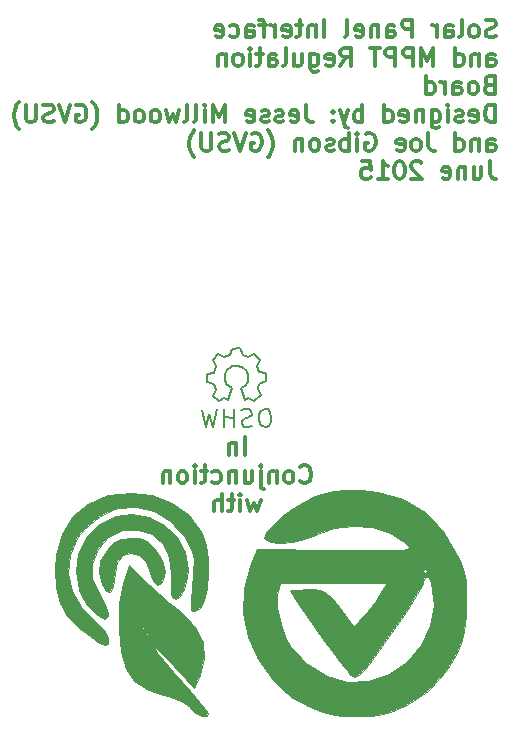
<source format=gbo>
G04 #@! TF.FileFunction,Legend,Bot*
%FSLAX46Y46*%
G04 Gerber Fmt 4.6, Leading zero omitted, Abs format (unit mm)*
G04 Created by KiCad (PCBNEW (after 2015-mar-04 BZR unknown)-product) date Fri 03 Jul 2015 12:36:09 AM EDT*
%MOMM*%
G01*
G04 APERTURE LIST*
%ADD10C,0.150000*%
%ADD11C,0.300000*%
%ADD12C,0.100000*%
G04 APERTURE END LIST*
D10*
D11*
X199739286Y-41597143D02*
X199525000Y-41668571D01*
X199167857Y-41668571D01*
X199025000Y-41597143D01*
X198953571Y-41525714D01*
X198882143Y-41382857D01*
X198882143Y-41240000D01*
X198953571Y-41097143D01*
X199025000Y-41025714D01*
X199167857Y-40954286D01*
X199453571Y-40882857D01*
X199596429Y-40811429D01*
X199667857Y-40740000D01*
X199739286Y-40597143D01*
X199739286Y-40454286D01*
X199667857Y-40311429D01*
X199596429Y-40240000D01*
X199453571Y-40168571D01*
X199096429Y-40168571D01*
X198882143Y-40240000D01*
X198025000Y-41668571D02*
X198167858Y-41597143D01*
X198239286Y-41525714D01*
X198310715Y-41382857D01*
X198310715Y-40954286D01*
X198239286Y-40811429D01*
X198167858Y-40740000D01*
X198025000Y-40668571D01*
X197810715Y-40668571D01*
X197667858Y-40740000D01*
X197596429Y-40811429D01*
X197525000Y-40954286D01*
X197525000Y-41382857D01*
X197596429Y-41525714D01*
X197667858Y-41597143D01*
X197810715Y-41668571D01*
X198025000Y-41668571D01*
X196667857Y-41668571D02*
X196810715Y-41597143D01*
X196882143Y-41454286D01*
X196882143Y-40168571D01*
X195453572Y-41668571D02*
X195453572Y-40882857D01*
X195525001Y-40740000D01*
X195667858Y-40668571D01*
X195953572Y-40668571D01*
X196096429Y-40740000D01*
X195453572Y-41597143D02*
X195596429Y-41668571D01*
X195953572Y-41668571D01*
X196096429Y-41597143D01*
X196167858Y-41454286D01*
X196167858Y-41311429D01*
X196096429Y-41168571D01*
X195953572Y-41097143D01*
X195596429Y-41097143D01*
X195453572Y-41025714D01*
X194739286Y-41668571D02*
X194739286Y-40668571D01*
X194739286Y-40954286D02*
X194667858Y-40811429D01*
X194596429Y-40740000D01*
X194453572Y-40668571D01*
X194310715Y-40668571D01*
X192667858Y-41668571D02*
X192667858Y-40168571D01*
X192096430Y-40168571D01*
X191953572Y-40240000D01*
X191882144Y-40311429D01*
X191810715Y-40454286D01*
X191810715Y-40668571D01*
X191882144Y-40811429D01*
X191953572Y-40882857D01*
X192096430Y-40954286D01*
X192667858Y-40954286D01*
X190525001Y-41668571D02*
X190525001Y-40882857D01*
X190596430Y-40740000D01*
X190739287Y-40668571D01*
X191025001Y-40668571D01*
X191167858Y-40740000D01*
X190525001Y-41597143D02*
X190667858Y-41668571D01*
X191025001Y-41668571D01*
X191167858Y-41597143D01*
X191239287Y-41454286D01*
X191239287Y-41311429D01*
X191167858Y-41168571D01*
X191025001Y-41097143D01*
X190667858Y-41097143D01*
X190525001Y-41025714D01*
X189810715Y-40668571D02*
X189810715Y-41668571D01*
X189810715Y-40811429D02*
X189739287Y-40740000D01*
X189596429Y-40668571D01*
X189382144Y-40668571D01*
X189239287Y-40740000D01*
X189167858Y-40882857D01*
X189167858Y-41668571D01*
X187882144Y-41597143D02*
X188025001Y-41668571D01*
X188310715Y-41668571D01*
X188453572Y-41597143D01*
X188525001Y-41454286D01*
X188525001Y-40882857D01*
X188453572Y-40740000D01*
X188310715Y-40668571D01*
X188025001Y-40668571D01*
X187882144Y-40740000D01*
X187810715Y-40882857D01*
X187810715Y-41025714D01*
X188525001Y-41168571D01*
X186953572Y-41668571D02*
X187096430Y-41597143D01*
X187167858Y-41454286D01*
X187167858Y-40168571D01*
X185239287Y-41668571D02*
X185239287Y-40168571D01*
X184525001Y-40668571D02*
X184525001Y-41668571D01*
X184525001Y-40811429D02*
X184453573Y-40740000D01*
X184310715Y-40668571D01*
X184096430Y-40668571D01*
X183953573Y-40740000D01*
X183882144Y-40882857D01*
X183882144Y-41668571D01*
X183382144Y-40668571D02*
X182810715Y-40668571D01*
X183167858Y-40168571D02*
X183167858Y-41454286D01*
X183096430Y-41597143D01*
X182953572Y-41668571D01*
X182810715Y-41668571D01*
X181739287Y-41597143D02*
X181882144Y-41668571D01*
X182167858Y-41668571D01*
X182310715Y-41597143D01*
X182382144Y-41454286D01*
X182382144Y-40882857D01*
X182310715Y-40740000D01*
X182167858Y-40668571D01*
X181882144Y-40668571D01*
X181739287Y-40740000D01*
X181667858Y-40882857D01*
X181667858Y-41025714D01*
X182382144Y-41168571D01*
X181025001Y-41668571D02*
X181025001Y-40668571D01*
X181025001Y-40954286D02*
X180953573Y-40811429D01*
X180882144Y-40740000D01*
X180739287Y-40668571D01*
X180596430Y-40668571D01*
X180310716Y-40668571D02*
X179739287Y-40668571D01*
X180096430Y-41668571D02*
X180096430Y-40382857D01*
X180025002Y-40240000D01*
X179882144Y-40168571D01*
X179739287Y-40168571D01*
X178596430Y-41668571D02*
X178596430Y-40882857D01*
X178667859Y-40740000D01*
X178810716Y-40668571D01*
X179096430Y-40668571D01*
X179239287Y-40740000D01*
X178596430Y-41597143D02*
X178739287Y-41668571D01*
X179096430Y-41668571D01*
X179239287Y-41597143D01*
X179310716Y-41454286D01*
X179310716Y-41311429D01*
X179239287Y-41168571D01*
X179096430Y-41097143D01*
X178739287Y-41097143D01*
X178596430Y-41025714D01*
X177239287Y-41597143D02*
X177382144Y-41668571D01*
X177667858Y-41668571D01*
X177810716Y-41597143D01*
X177882144Y-41525714D01*
X177953573Y-41382857D01*
X177953573Y-40954286D01*
X177882144Y-40811429D01*
X177810716Y-40740000D01*
X177667858Y-40668571D01*
X177382144Y-40668571D01*
X177239287Y-40740000D01*
X176025002Y-41597143D02*
X176167859Y-41668571D01*
X176453573Y-41668571D01*
X176596430Y-41597143D01*
X176667859Y-41454286D01*
X176667859Y-40882857D01*
X176596430Y-40740000D01*
X176453573Y-40668571D01*
X176167859Y-40668571D01*
X176025002Y-40740000D01*
X175953573Y-40882857D01*
X175953573Y-41025714D01*
X176667859Y-41168571D01*
X199025000Y-44068571D02*
X199025000Y-43282857D01*
X199096429Y-43140000D01*
X199239286Y-43068571D01*
X199525000Y-43068571D01*
X199667857Y-43140000D01*
X199025000Y-43997143D02*
X199167857Y-44068571D01*
X199525000Y-44068571D01*
X199667857Y-43997143D01*
X199739286Y-43854286D01*
X199739286Y-43711429D01*
X199667857Y-43568571D01*
X199525000Y-43497143D01*
X199167857Y-43497143D01*
X199025000Y-43425714D01*
X198310714Y-43068571D02*
X198310714Y-44068571D01*
X198310714Y-43211429D02*
X198239286Y-43140000D01*
X198096428Y-43068571D01*
X197882143Y-43068571D01*
X197739286Y-43140000D01*
X197667857Y-43282857D01*
X197667857Y-44068571D01*
X196310714Y-44068571D02*
X196310714Y-42568571D01*
X196310714Y-43997143D02*
X196453571Y-44068571D01*
X196739285Y-44068571D01*
X196882143Y-43997143D01*
X196953571Y-43925714D01*
X197025000Y-43782857D01*
X197025000Y-43354286D01*
X196953571Y-43211429D01*
X196882143Y-43140000D01*
X196739285Y-43068571D01*
X196453571Y-43068571D01*
X196310714Y-43140000D01*
X194453571Y-44068571D02*
X194453571Y-42568571D01*
X193953571Y-43640000D01*
X193453571Y-42568571D01*
X193453571Y-44068571D01*
X192739285Y-44068571D02*
X192739285Y-42568571D01*
X192167857Y-42568571D01*
X192024999Y-42640000D01*
X191953571Y-42711429D01*
X191882142Y-42854286D01*
X191882142Y-43068571D01*
X191953571Y-43211429D01*
X192024999Y-43282857D01*
X192167857Y-43354286D01*
X192739285Y-43354286D01*
X191239285Y-44068571D02*
X191239285Y-42568571D01*
X190667857Y-42568571D01*
X190524999Y-42640000D01*
X190453571Y-42711429D01*
X190382142Y-42854286D01*
X190382142Y-43068571D01*
X190453571Y-43211429D01*
X190524999Y-43282857D01*
X190667857Y-43354286D01*
X191239285Y-43354286D01*
X189953571Y-42568571D02*
X189096428Y-42568571D01*
X189524999Y-44068571D02*
X189524999Y-42568571D01*
X186596428Y-44068571D02*
X187096428Y-43354286D01*
X187453571Y-44068571D02*
X187453571Y-42568571D01*
X186882143Y-42568571D01*
X186739285Y-42640000D01*
X186667857Y-42711429D01*
X186596428Y-42854286D01*
X186596428Y-43068571D01*
X186667857Y-43211429D01*
X186739285Y-43282857D01*
X186882143Y-43354286D01*
X187453571Y-43354286D01*
X185382143Y-43997143D02*
X185525000Y-44068571D01*
X185810714Y-44068571D01*
X185953571Y-43997143D01*
X186025000Y-43854286D01*
X186025000Y-43282857D01*
X185953571Y-43140000D01*
X185810714Y-43068571D01*
X185525000Y-43068571D01*
X185382143Y-43140000D01*
X185310714Y-43282857D01*
X185310714Y-43425714D01*
X186025000Y-43568571D01*
X184025000Y-43068571D02*
X184025000Y-44282857D01*
X184096429Y-44425714D01*
X184167857Y-44497143D01*
X184310714Y-44568571D01*
X184525000Y-44568571D01*
X184667857Y-44497143D01*
X184025000Y-43997143D02*
X184167857Y-44068571D01*
X184453571Y-44068571D01*
X184596429Y-43997143D01*
X184667857Y-43925714D01*
X184739286Y-43782857D01*
X184739286Y-43354286D01*
X184667857Y-43211429D01*
X184596429Y-43140000D01*
X184453571Y-43068571D01*
X184167857Y-43068571D01*
X184025000Y-43140000D01*
X182667857Y-43068571D02*
X182667857Y-44068571D01*
X183310714Y-43068571D02*
X183310714Y-43854286D01*
X183239286Y-43997143D01*
X183096428Y-44068571D01*
X182882143Y-44068571D01*
X182739286Y-43997143D01*
X182667857Y-43925714D01*
X181739285Y-44068571D02*
X181882143Y-43997143D01*
X181953571Y-43854286D01*
X181953571Y-42568571D01*
X180525000Y-44068571D02*
X180525000Y-43282857D01*
X180596429Y-43140000D01*
X180739286Y-43068571D01*
X181025000Y-43068571D01*
X181167857Y-43140000D01*
X180525000Y-43997143D02*
X180667857Y-44068571D01*
X181025000Y-44068571D01*
X181167857Y-43997143D01*
X181239286Y-43854286D01*
X181239286Y-43711429D01*
X181167857Y-43568571D01*
X181025000Y-43497143D01*
X180667857Y-43497143D01*
X180525000Y-43425714D01*
X180025000Y-43068571D02*
X179453571Y-43068571D01*
X179810714Y-42568571D02*
X179810714Y-43854286D01*
X179739286Y-43997143D01*
X179596428Y-44068571D01*
X179453571Y-44068571D01*
X178953571Y-44068571D02*
X178953571Y-43068571D01*
X178953571Y-42568571D02*
X179025000Y-42640000D01*
X178953571Y-42711429D01*
X178882143Y-42640000D01*
X178953571Y-42568571D01*
X178953571Y-42711429D01*
X178024999Y-44068571D02*
X178167857Y-43997143D01*
X178239285Y-43925714D01*
X178310714Y-43782857D01*
X178310714Y-43354286D01*
X178239285Y-43211429D01*
X178167857Y-43140000D01*
X178024999Y-43068571D01*
X177810714Y-43068571D01*
X177667857Y-43140000D01*
X177596428Y-43211429D01*
X177524999Y-43354286D01*
X177524999Y-43782857D01*
X177596428Y-43925714D01*
X177667857Y-43997143D01*
X177810714Y-44068571D01*
X178024999Y-44068571D01*
X176882142Y-43068571D02*
X176882142Y-44068571D01*
X176882142Y-43211429D02*
X176810714Y-43140000D01*
X176667856Y-43068571D01*
X176453571Y-43068571D01*
X176310714Y-43140000D01*
X176239285Y-43282857D01*
X176239285Y-44068571D01*
X199167857Y-45682857D02*
X198953571Y-45754286D01*
X198882143Y-45825714D01*
X198810714Y-45968571D01*
X198810714Y-46182857D01*
X198882143Y-46325714D01*
X198953571Y-46397143D01*
X199096429Y-46468571D01*
X199667857Y-46468571D01*
X199667857Y-44968571D01*
X199167857Y-44968571D01*
X199025000Y-45040000D01*
X198953571Y-45111429D01*
X198882143Y-45254286D01*
X198882143Y-45397143D01*
X198953571Y-45540000D01*
X199025000Y-45611429D01*
X199167857Y-45682857D01*
X199667857Y-45682857D01*
X197953571Y-46468571D02*
X198096429Y-46397143D01*
X198167857Y-46325714D01*
X198239286Y-46182857D01*
X198239286Y-45754286D01*
X198167857Y-45611429D01*
X198096429Y-45540000D01*
X197953571Y-45468571D01*
X197739286Y-45468571D01*
X197596429Y-45540000D01*
X197525000Y-45611429D01*
X197453571Y-45754286D01*
X197453571Y-46182857D01*
X197525000Y-46325714D01*
X197596429Y-46397143D01*
X197739286Y-46468571D01*
X197953571Y-46468571D01*
X196167857Y-46468571D02*
X196167857Y-45682857D01*
X196239286Y-45540000D01*
X196382143Y-45468571D01*
X196667857Y-45468571D01*
X196810714Y-45540000D01*
X196167857Y-46397143D02*
X196310714Y-46468571D01*
X196667857Y-46468571D01*
X196810714Y-46397143D01*
X196882143Y-46254286D01*
X196882143Y-46111429D01*
X196810714Y-45968571D01*
X196667857Y-45897143D01*
X196310714Y-45897143D01*
X196167857Y-45825714D01*
X195453571Y-46468571D02*
X195453571Y-45468571D01*
X195453571Y-45754286D02*
X195382143Y-45611429D01*
X195310714Y-45540000D01*
X195167857Y-45468571D01*
X195025000Y-45468571D01*
X193882143Y-46468571D02*
X193882143Y-44968571D01*
X193882143Y-46397143D02*
X194025000Y-46468571D01*
X194310714Y-46468571D01*
X194453572Y-46397143D01*
X194525000Y-46325714D01*
X194596429Y-46182857D01*
X194596429Y-45754286D01*
X194525000Y-45611429D01*
X194453572Y-45540000D01*
X194310714Y-45468571D01*
X194025000Y-45468571D01*
X193882143Y-45540000D01*
X199667857Y-48868571D02*
X199667857Y-47368571D01*
X199310714Y-47368571D01*
X199096429Y-47440000D01*
X198953571Y-47582857D01*
X198882143Y-47725714D01*
X198810714Y-48011429D01*
X198810714Y-48225714D01*
X198882143Y-48511429D01*
X198953571Y-48654286D01*
X199096429Y-48797143D01*
X199310714Y-48868571D01*
X199667857Y-48868571D01*
X197596429Y-48797143D02*
X197739286Y-48868571D01*
X198025000Y-48868571D01*
X198167857Y-48797143D01*
X198239286Y-48654286D01*
X198239286Y-48082857D01*
X198167857Y-47940000D01*
X198025000Y-47868571D01*
X197739286Y-47868571D01*
X197596429Y-47940000D01*
X197525000Y-48082857D01*
X197525000Y-48225714D01*
X198239286Y-48368571D01*
X196953572Y-48797143D02*
X196810715Y-48868571D01*
X196525000Y-48868571D01*
X196382143Y-48797143D01*
X196310715Y-48654286D01*
X196310715Y-48582857D01*
X196382143Y-48440000D01*
X196525000Y-48368571D01*
X196739286Y-48368571D01*
X196882143Y-48297143D01*
X196953572Y-48154286D01*
X196953572Y-48082857D01*
X196882143Y-47940000D01*
X196739286Y-47868571D01*
X196525000Y-47868571D01*
X196382143Y-47940000D01*
X195667857Y-48868571D02*
X195667857Y-47868571D01*
X195667857Y-47368571D02*
X195739286Y-47440000D01*
X195667857Y-47511429D01*
X195596429Y-47440000D01*
X195667857Y-47368571D01*
X195667857Y-47511429D01*
X194310714Y-47868571D02*
X194310714Y-49082857D01*
X194382143Y-49225714D01*
X194453571Y-49297143D01*
X194596428Y-49368571D01*
X194810714Y-49368571D01*
X194953571Y-49297143D01*
X194310714Y-48797143D02*
X194453571Y-48868571D01*
X194739285Y-48868571D01*
X194882143Y-48797143D01*
X194953571Y-48725714D01*
X195025000Y-48582857D01*
X195025000Y-48154286D01*
X194953571Y-48011429D01*
X194882143Y-47940000D01*
X194739285Y-47868571D01*
X194453571Y-47868571D01*
X194310714Y-47940000D01*
X193596428Y-47868571D02*
X193596428Y-48868571D01*
X193596428Y-48011429D02*
X193525000Y-47940000D01*
X193382142Y-47868571D01*
X193167857Y-47868571D01*
X193025000Y-47940000D01*
X192953571Y-48082857D01*
X192953571Y-48868571D01*
X191667857Y-48797143D02*
X191810714Y-48868571D01*
X192096428Y-48868571D01*
X192239285Y-48797143D01*
X192310714Y-48654286D01*
X192310714Y-48082857D01*
X192239285Y-47940000D01*
X192096428Y-47868571D01*
X191810714Y-47868571D01*
X191667857Y-47940000D01*
X191596428Y-48082857D01*
X191596428Y-48225714D01*
X192310714Y-48368571D01*
X190310714Y-48868571D02*
X190310714Y-47368571D01*
X190310714Y-48797143D02*
X190453571Y-48868571D01*
X190739285Y-48868571D01*
X190882143Y-48797143D01*
X190953571Y-48725714D01*
X191025000Y-48582857D01*
X191025000Y-48154286D01*
X190953571Y-48011429D01*
X190882143Y-47940000D01*
X190739285Y-47868571D01*
X190453571Y-47868571D01*
X190310714Y-47940000D01*
X188453571Y-48868571D02*
X188453571Y-47368571D01*
X188453571Y-47940000D02*
X188310714Y-47868571D01*
X188025000Y-47868571D01*
X187882143Y-47940000D01*
X187810714Y-48011429D01*
X187739285Y-48154286D01*
X187739285Y-48582857D01*
X187810714Y-48725714D01*
X187882143Y-48797143D01*
X188025000Y-48868571D01*
X188310714Y-48868571D01*
X188453571Y-48797143D01*
X187239285Y-47868571D02*
X186882142Y-48868571D01*
X186525000Y-47868571D02*
X186882142Y-48868571D01*
X187025000Y-49225714D01*
X187096428Y-49297143D01*
X187239285Y-49368571D01*
X185953571Y-48725714D02*
X185882143Y-48797143D01*
X185953571Y-48868571D01*
X186025000Y-48797143D01*
X185953571Y-48725714D01*
X185953571Y-48868571D01*
X185953571Y-47940000D02*
X185882143Y-48011429D01*
X185953571Y-48082857D01*
X186025000Y-48011429D01*
X185953571Y-47940000D01*
X185953571Y-48082857D01*
X183667857Y-47368571D02*
X183667857Y-48440000D01*
X183739285Y-48654286D01*
X183882142Y-48797143D01*
X184096428Y-48868571D01*
X184239285Y-48868571D01*
X182382143Y-48797143D02*
X182525000Y-48868571D01*
X182810714Y-48868571D01*
X182953571Y-48797143D01*
X183025000Y-48654286D01*
X183025000Y-48082857D01*
X182953571Y-47940000D01*
X182810714Y-47868571D01*
X182525000Y-47868571D01*
X182382143Y-47940000D01*
X182310714Y-48082857D01*
X182310714Y-48225714D01*
X183025000Y-48368571D01*
X181739286Y-48797143D02*
X181596429Y-48868571D01*
X181310714Y-48868571D01*
X181167857Y-48797143D01*
X181096429Y-48654286D01*
X181096429Y-48582857D01*
X181167857Y-48440000D01*
X181310714Y-48368571D01*
X181525000Y-48368571D01*
X181667857Y-48297143D01*
X181739286Y-48154286D01*
X181739286Y-48082857D01*
X181667857Y-47940000D01*
X181525000Y-47868571D01*
X181310714Y-47868571D01*
X181167857Y-47940000D01*
X180525000Y-48797143D02*
X180382143Y-48868571D01*
X180096428Y-48868571D01*
X179953571Y-48797143D01*
X179882143Y-48654286D01*
X179882143Y-48582857D01*
X179953571Y-48440000D01*
X180096428Y-48368571D01*
X180310714Y-48368571D01*
X180453571Y-48297143D01*
X180525000Y-48154286D01*
X180525000Y-48082857D01*
X180453571Y-47940000D01*
X180310714Y-47868571D01*
X180096428Y-47868571D01*
X179953571Y-47940000D01*
X178667857Y-48797143D02*
X178810714Y-48868571D01*
X179096428Y-48868571D01*
X179239285Y-48797143D01*
X179310714Y-48654286D01*
X179310714Y-48082857D01*
X179239285Y-47940000D01*
X179096428Y-47868571D01*
X178810714Y-47868571D01*
X178667857Y-47940000D01*
X178596428Y-48082857D01*
X178596428Y-48225714D01*
X179310714Y-48368571D01*
X176810714Y-48868571D02*
X176810714Y-47368571D01*
X176310714Y-48440000D01*
X175810714Y-47368571D01*
X175810714Y-48868571D01*
X175096428Y-48868571D02*
X175096428Y-47868571D01*
X175096428Y-47368571D02*
X175167857Y-47440000D01*
X175096428Y-47511429D01*
X175025000Y-47440000D01*
X175096428Y-47368571D01*
X175096428Y-47511429D01*
X174167856Y-48868571D02*
X174310714Y-48797143D01*
X174382142Y-48654286D01*
X174382142Y-47368571D01*
X173382142Y-48868571D02*
X173525000Y-48797143D01*
X173596428Y-48654286D01*
X173596428Y-47368571D01*
X172953571Y-47868571D02*
X172667857Y-48868571D01*
X172382143Y-48154286D01*
X172096428Y-48868571D01*
X171810714Y-47868571D01*
X171024999Y-48868571D02*
X171167857Y-48797143D01*
X171239285Y-48725714D01*
X171310714Y-48582857D01*
X171310714Y-48154286D01*
X171239285Y-48011429D01*
X171167857Y-47940000D01*
X171024999Y-47868571D01*
X170810714Y-47868571D01*
X170667857Y-47940000D01*
X170596428Y-48011429D01*
X170524999Y-48154286D01*
X170524999Y-48582857D01*
X170596428Y-48725714D01*
X170667857Y-48797143D01*
X170810714Y-48868571D01*
X171024999Y-48868571D01*
X169667856Y-48868571D02*
X169810714Y-48797143D01*
X169882142Y-48725714D01*
X169953571Y-48582857D01*
X169953571Y-48154286D01*
X169882142Y-48011429D01*
X169810714Y-47940000D01*
X169667856Y-47868571D01*
X169453571Y-47868571D01*
X169310714Y-47940000D01*
X169239285Y-48011429D01*
X169167856Y-48154286D01*
X169167856Y-48582857D01*
X169239285Y-48725714D01*
X169310714Y-48797143D01*
X169453571Y-48868571D01*
X169667856Y-48868571D01*
X167882142Y-48868571D02*
X167882142Y-47368571D01*
X167882142Y-48797143D02*
X168024999Y-48868571D01*
X168310713Y-48868571D01*
X168453571Y-48797143D01*
X168524999Y-48725714D01*
X168596428Y-48582857D01*
X168596428Y-48154286D01*
X168524999Y-48011429D01*
X168453571Y-47940000D01*
X168310713Y-47868571D01*
X168024999Y-47868571D01*
X167882142Y-47940000D01*
X165596428Y-49440000D02*
X165667856Y-49368571D01*
X165810713Y-49154286D01*
X165882142Y-49011429D01*
X165953571Y-48797143D01*
X166024999Y-48440000D01*
X166024999Y-48154286D01*
X165953571Y-47797143D01*
X165882142Y-47582857D01*
X165810713Y-47440000D01*
X165667856Y-47225714D01*
X165596428Y-47154286D01*
X164239285Y-47440000D02*
X164382142Y-47368571D01*
X164596428Y-47368571D01*
X164810713Y-47440000D01*
X164953571Y-47582857D01*
X165024999Y-47725714D01*
X165096428Y-48011429D01*
X165096428Y-48225714D01*
X165024999Y-48511429D01*
X164953571Y-48654286D01*
X164810713Y-48797143D01*
X164596428Y-48868571D01*
X164453571Y-48868571D01*
X164239285Y-48797143D01*
X164167856Y-48725714D01*
X164167856Y-48225714D01*
X164453571Y-48225714D01*
X163739285Y-47368571D02*
X163239285Y-48868571D01*
X162739285Y-47368571D01*
X162310714Y-48797143D02*
X162096428Y-48868571D01*
X161739285Y-48868571D01*
X161596428Y-48797143D01*
X161524999Y-48725714D01*
X161453571Y-48582857D01*
X161453571Y-48440000D01*
X161524999Y-48297143D01*
X161596428Y-48225714D01*
X161739285Y-48154286D01*
X162024999Y-48082857D01*
X162167857Y-48011429D01*
X162239285Y-47940000D01*
X162310714Y-47797143D01*
X162310714Y-47654286D01*
X162239285Y-47511429D01*
X162167857Y-47440000D01*
X162024999Y-47368571D01*
X161667857Y-47368571D01*
X161453571Y-47440000D01*
X160810714Y-47368571D02*
X160810714Y-48582857D01*
X160739286Y-48725714D01*
X160667857Y-48797143D01*
X160525000Y-48868571D01*
X160239286Y-48868571D01*
X160096428Y-48797143D01*
X160025000Y-48725714D01*
X159953571Y-48582857D01*
X159953571Y-47368571D01*
X159382142Y-49440000D02*
X159310714Y-49368571D01*
X159167857Y-49154286D01*
X159096428Y-49011429D01*
X159024999Y-48797143D01*
X158953571Y-48440000D01*
X158953571Y-48154286D01*
X159024999Y-47797143D01*
X159096428Y-47582857D01*
X159167857Y-47440000D01*
X159310714Y-47225714D01*
X159382142Y-47154286D01*
X199025000Y-51268571D02*
X199025000Y-50482857D01*
X199096429Y-50340000D01*
X199239286Y-50268571D01*
X199525000Y-50268571D01*
X199667857Y-50340000D01*
X199025000Y-51197143D02*
X199167857Y-51268571D01*
X199525000Y-51268571D01*
X199667857Y-51197143D01*
X199739286Y-51054286D01*
X199739286Y-50911429D01*
X199667857Y-50768571D01*
X199525000Y-50697143D01*
X199167857Y-50697143D01*
X199025000Y-50625714D01*
X198310714Y-50268571D02*
X198310714Y-51268571D01*
X198310714Y-50411429D02*
X198239286Y-50340000D01*
X198096428Y-50268571D01*
X197882143Y-50268571D01*
X197739286Y-50340000D01*
X197667857Y-50482857D01*
X197667857Y-51268571D01*
X196310714Y-51268571D02*
X196310714Y-49768571D01*
X196310714Y-51197143D02*
X196453571Y-51268571D01*
X196739285Y-51268571D01*
X196882143Y-51197143D01*
X196953571Y-51125714D01*
X197025000Y-50982857D01*
X197025000Y-50554286D01*
X196953571Y-50411429D01*
X196882143Y-50340000D01*
X196739285Y-50268571D01*
X196453571Y-50268571D01*
X196310714Y-50340000D01*
X194025000Y-49768571D02*
X194025000Y-50840000D01*
X194096428Y-51054286D01*
X194239285Y-51197143D01*
X194453571Y-51268571D01*
X194596428Y-51268571D01*
X193096428Y-51268571D02*
X193239286Y-51197143D01*
X193310714Y-51125714D01*
X193382143Y-50982857D01*
X193382143Y-50554286D01*
X193310714Y-50411429D01*
X193239286Y-50340000D01*
X193096428Y-50268571D01*
X192882143Y-50268571D01*
X192739286Y-50340000D01*
X192667857Y-50411429D01*
X192596428Y-50554286D01*
X192596428Y-50982857D01*
X192667857Y-51125714D01*
X192739286Y-51197143D01*
X192882143Y-51268571D01*
X193096428Y-51268571D01*
X191382143Y-51197143D02*
X191525000Y-51268571D01*
X191810714Y-51268571D01*
X191953571Y-51197143D01*
X192025000Y-51054286D01*
X192025000Y-50482857D01*
X191953571Y-50340000D01*
X191810714Y-50268571D01*
X191525000Y-50268571D01*
X191382143Y-50340000D01*
X191310714Y-50482857D01*
X191310714Y-50625714D01*
X192025000Y-50768571D01*
X188739286Y-49840000D02*
X188882143Y-49768571D01*
X189096429Y-49768571D01*
X189310714Y-49840000D01*
X189453572Y-49982857D01*
X189525000Y-50125714D01*
X189596429Y-50411429D01*
X189596429Y-50625714D01*
X189525000Y-50911429D01*
X189453572Y-51054286D01*
X189310714Y-51197143D01*
X189096429Y-51268571D01*
X188953572Y-51268571D01*
X188739286Y-51197143D01*
X188667857Y-51125714D01*
X188667857Y-50625714D01*
X188953572Y-50625714D01*
X188025000Y-51268571D02*
X188025000Y-50268571D01*
X188025000Y-49768571D02*
X188096429Y-49840000D01*
X188025000Y-49911429D01*
X187953572Y-49840000D01*
X188025000Y-49768571D01*
X188025000Y-49911429D01*
X187310714Y-51268571D02*
X187310714Y-49768571D01*
X187310714Y-50340000D02*
X187167857Y-50268571D01*
X186882143Y-50268571D01*
X186739286Y-50340000D01*
X186667857Y-50411429D01*
X186596428Y-50554286D01*
X186596428Y-50982857D01*
X186667857Y-51125714D01*
X186739286Y-51197143D01*
X186882143Y-51268571D01*
X187167857Y-51268571D01*
X187310714Y-51197143D01*
X186025000Y-51197143D02*
X185882143Y-51268571D01*
X185596428Y-51268571D01*
X185453571Y-51197143D01*
X185382143Y-51054286D01*
X185382143Y-50982857D01*
X185453571Y-50840000D01*
X185596428Y-50768571D01*
X185810714Y-50768571D01*
X185953571Y-50697143D01*
X186025000Y-50554286D01*
X186025000Y-50482857D01*
X185953571Y-50340000D01*
X185810714Y-50268571D01*
X185596428Y-50268571D01*
X185453571Y-50340000D01*
X184524999Y-51268571D02*
X184667857Y-51197143D01*
X184739285Y-51125714D01*
X184810714Y-50982857D01*
X184810714Y-50554286D01*
X184739285Y-50411429D01*
X184667857Y-50340000D01*
X184524999Y-50268571D01*
X184310714Y-50268571D01*
X184167857Y-50340000D01*
X184096428Y-50411429D01*
X184024999Y-50554286D01*
X184024999Y-50982857D01*
X184096428Y-51125714D01*
X184167857Y-51197143D01*
X184310714Y-51268571D01*
X184524999Y-51268571D01*
X183382142Y-50268571D02*
X183382142Y-51268571D01*
X183382142Y-50411429D02*
X183310714Y-50340000D01*
X183167856Y-50268571D01*
X182953571Y-50268571D01*
X182810714Y-50340000D01*
X182739285Y-50482857D01*
X182739285Y-51268571D01*
X180453571Y-51840000D02*
X180524999Y-51768571D01*
X180667856Y-51554286D01*
X180739285Y-51411429D01*
X180810714Y-51197143D01*
X180882142Y-50840000D01*
X180882142Y-50554286D01*
X180810714Y-50197143D01*
X180739285Y-49982857D01*
X180667856Y-49840000D01*
X180524999Y-49625714D01*
X180453571Y-49554286D01*
X179096428Y-49840000D02*
X179239285Y-49768571D01*
X179453571Y-49768571D01*
X179667856Y-49840000D01*
X179810714Y-49982857D01*
X179882142Y-50125714D01*
X179953571Y-50411429D01*
X179953571Y-50625714D01*
X179882142Y-50911429D01*
X179810714Y-51054286D01*
X179667856Y-51197143D01*
X179453571Y-51268571D01*
X179310714Y-51268571D01*
X179096428Y-51197143D01*
X179024999Y-51125714D01*
X179024999Y-50625714D01*
X179310714Y-50625714D01*
X178596428Y-49768571D02*
X178096428Y-51268571D01*
X177596428Y-49768571D01*
X177167857Y-51197143D02*
X176953571Y-51268571D01*
X176596428Y-51268571D01*
X176453571Y-51197143D01*
X176382142Y-51125714D01*
X176310714Y-50982857D01*
X176310714Y-50840000D01*
X176382142Y-50697143D01*
X176453571Y-50625714D01*
X176596428Y-50554286D01*
X176882142Y-50482857D01*
X177025000Y-50411429D01*
X177096428Y-50340000D01*
X177167857Y-50197143D01*
X177167857Y-50054286D01*
X177096428Y-49911429D01*
X177025000Y-49840000D01*
X176882142Y-49768571D01*
X176525000Y-49768571D01*
X176310714Y-49840000D01*
X175667857Y-49768571D02*
X175667857Y-50982857D01*
X175596429Y-51125714D01*
X175525000Y-51197143D01*
X175382143Y-51268571D01*
X175096429Y-51268571D01*
X174953571Y-51197143D01*
X174882143Y-51125714D01*
X174810714Y-50982857D01*
X174810714Y-49768571D01*
X174239285Y-51840000D02*
X174167857Y-51768571D01*
X174025000Y-51554286D01*
X173953571Y-51411429D01*
X173882142Y-51197143D01*
X173810714Y-50840000D01*
X173810714Y-50554286D01*
X173882142Y-50197143D01*
X173953571Y-49982857D01*
X174025000Y-49840000D01*
X174167857Y-49625714D01*
X174239285Y-49554286D01*
X199239286Y-52168571D02*
X199239286Y-53240000D01*
X199310714Y-53454286D01*
X199453571Y-53597143D01*
X199667857Y-53668571D01*
X199810714Y-53668571D01*
X197882143Y-52668571D02*
X197882143Y-53668571D01*
X198525000Y-52668571D02*
X198525000Y-53454286D01*
X198453572Y-53597143D01*
X198310714Y-53668571D01*
X198096429Y-53668571D01*
X197953572Y-53597143D01*
X197882143Y-53525714D01*
X197167857Y-52668571D02*
X197167857Y-53668571D01*
X197167857Y-52811429D02*
X197096429Y-52740000D01*
X196953571Y-52668571D01*
X196739286Y-52668571D01*
X196596429Y-52740000D01*
X196525000Y-52882857D01*
X196525000Y-53668571D01*
X195239286Y-53597143D02*
X195382143Y-53668571D01*
X195667857Y-53668571D01*
X195810714Y-53597143D01*
X195882143Y-53454286D01*
X195882143Y-52882857D01*
X195810714Y-52740000D01*
X195667857Y-52668571D01*
X195382143Y-52668571D01*
X195239286Y-52740000D01*
X195167857Y-52882857D01*
X195167857Y-53025714D01*
X195882143Y-53168571D01*
X193453572Y-52311429D02*
X193382143Y-52240000D01*
X193239286Y-52168571D01*
X192882143Y-52168571D01*
X192739286Y-52240000D01*
X192667857Y-52311429D01*
X192596429Y-52454286D01*
X192596429Y-52597143D01*
X192667857Y-52811429D01*
X193525000Y-53668571D01*
X192596429Y-53668571D01*
X191667858Y-52168571D02*
X191525001Y-52168571D01*
X191382144Y-52240000D01*
X191310715Y-52311429D01*
X191239286Y-52454286D01*
X191167858Y-52740000D01*
X191167858Y-53097143D01*
X191239286Y-53382857D01*
X191310715Y-53525714D01*
X191382144Y-53597143D01*
X191525001Y-53668571D01*
X191667858Y-53668571D01*
X191810715Y-53597143D01*
X191882144Y-53525714D01*
X191953572Y-53382857D01*
X192025001Y-53097143D01*
X192025001Y-52740000D01*
X191953572Y-52454286D01*
X191882144Y-52311429D01*
X191810715Y-52240000D01*
X191667858Y-52168571D01*
X189739287Y-53668571D02*
X190596430Y-53668571D01*
X190167858Y-53668571D02*
X190167858Y-52168571D01*
X190310715Y-52382857D01*
X190453573Y-52525714D01*
X190596430Y-52597143D01*
X188382144Y-52168571D02*
X189096430Y-52168571D01*
X189167859Y-52882857D01*
X189096430Y-52811429D01*
X188953573Y-52740000D01*
X188596430Y-52740000D01*
X188453573Y-52811429D01*
X188382144Y-52882857D01*
X188310716Y-53025714D01*
X188310716Y-53382857D01*
X188382144Y-53525714D01*
X188453573Y-53597143D01*
X188596430Y-53668571D01*
X188953573Y-53668571D01*
X189096430Y-53597143D01*
X189167859Y-53525714D01*
X178478571Y-77018571D02*
X178478571Y-75518571D01*
X177764285Y-76018571D02*
X177764285Y-77018571D01*
X177764285Y-76161429D02*
X177692857Y-76090000D01*
X177549999Y-76018571D01*
X177335714Y-76018571D01*
X177192857Y-76090000D01*
X177121428Y-76232857D01*
X177121428Y-77018571D01*
X183192857Y-79275714D02*
X183264286Y-79347143D01*
X183478572Y-79418571D01*
X183621429Y-79418571D01*
X183835714Y-79347143D01*
X183978572Y-79204286D01*
X184050000Y-79061429D01*
X184121429Y-78775714D01*
X184121429Y-78561429D01*
X184050000Y-78275714D01*
X183978572Y-78132857D01*
X183835714Y-77990000D01*
X183621429Y-77918571D01*
X183478572Y-77918571D01*
X183264286Y-77990000D01*
X183192857Y-78061429D01*
X182335714Y-79418571D02*
X182478572Y-79347143D01*
X182550000Y-79275714D01*
X182621429Y-79132857D01*
X182621429Y-78704286D01*
X182550000Y-78561429D01*
X182478572Y-78490000D01*
X182335714Y-78418571D01*
X182121429Y-78418571D01*
X181978572Y-78490000D01*
X181907143Y-78561429D01*
X181835714Y-78704286D01*
X181835714Y-79132857D01*
X181907143Y-79275714D01*
X181978572Y-79347143D01*
X182121429Y-79418571D01*
X182335714Y-79418571D01*
X181192857Y-78418571D02*
X181192857Y-79418571D01*
X181192857Y-78561429D02*
X181121429Y-78490000D01*
X180978571Y-78418571D01*
X180764286Y-78418571D01*
X180621429Y-78490000D01*
X180550000Y-78632857D01*
X180550000Y-79418571D01*
X179835714Y-78418571D02*
X179835714Y-79704286D01*
X179907143Y-79847143D01*
X180050000Y-79918571D01*
X180121428Y-79918571D01*
X179835714Y-77918571D02*
X179907143Y-77990000D01*
X179835714Y-78061429D01*
X179764286Y-77990000D01*
X179835714Y-77918571D01*
X179835714Y-78061429D01*
X178478571Y-78418571D02*
X178478571Y-79418571D01*
X179121428Y-78418571D02*
X179121428Y-79204286D01*
X179050000Y-79347143D01*
X178907142Y-79418571D01*
X178692857Y-79418571D01*
X178550000Y-79347143D01*
X178478571Y-79275714D01*
X177764285Y-78418571D02*
X177764285Y-79418571D01*
X177764285Y-78561429D02*
X177692857Y-78490000D01*
X177549999Y-78418571D01*
X177335714Y-78418571D01*
X177192857Y-78490000D01*
X177121428Y-78632857D01*
X177121428Y-79418571D01*
X175764285Y-79347143D02*
X175907142Y-79418571D01*
X176192856Y-79418571D01*
X176335714Y-79347143D01*
X176407142Y-79275714D01*
X176478571Y-79132857D01*
X176478571Y-78704286D01*
X176407142Y-78561429D01*
X176335714Y-78490000D01*
X176192856Y-78418571D01*
X175907142Y-78418571D01*
X175764285Y-78490000D01*
X175335714Y-78418571D02*
X174764285Y-78418571D01*
X175121428Y-77918571D02*
X175121428Y-79204286D01*
X175050000Y-79347143D01*
X174907142Y-79418571D01*
X174764285Y-79418571D01*
X174264285Y-79418571D02*
X174264285Y-78418571D01*
X174264285Y-77918571D02*
X174335714Y-77990000D01*
X174264285Y-78061429D01*
X174192857Y-77990000D01*
X174264285Y-77918571D01*
X174264285Y-78061429D01*
X173335713Y-79418571D02*
X173478571Y-79347143D01*
X173549999Y-79275714D01*
X173621428Y-79132857D01*
X173621428Y-78704286D01*
X173549999Y-78561429D01*
X173478571Y-78490000D01*
X173335713Y-78418571D01*
X173121428Y-78418571D01*
X172978571Y-78490000D01*
X172907142Y-78561429D01*
X172835713Y-78704286D01*
X172835713Y-79132857D01*
X172907142Y-79275714D01*
X172978571Y-79347143D01*
X173121428Y-79418571D01*
X173335713Y-79418571D01*
X172192856Y-78418571D02*
X172192856Y-79418571D01*
X172192856Y-78561429D02*
X172121428Y-78490000D01*
X171978570Y-78418571D01*
X171764285Y-78418571D01*
X171621428Y-78490000D01*
X171549999Y-78632857D01*
X171549999Y-79418571D01*
X179835714Y-80818571D02*
X179550000Y-81818571D01*
X179264286Y-81104286D01*
X178978571Y-81818571D01*
X178692857Y-80818571D01*
X178121428Y-81818571D02*
X178121428Y-80818571D01*
X178121428Y-80318571D02*
X178192857Y-80390000D01*
X178121428Y-80461429D01*
X178050000Y-80390000D01*
X178121428Y-80318571D01*
X178121428Y-80461429D01*
X177621428Y-80818571D02*
X177049999Y-80818571D01*
X177407142Y-80318571D02*
X177407142Y-81604286D01*
X177335714Y-81747143D01*
X177192856Y-81818571D01*
X177049999Y-81818571D01*
X176549999Y-81818571D02*
X176549999Y-80318571D01*
X175907142Y-81818571D02*
X175907142Y-81032857D01*
X175978571Y-80890000D01*
X176121428Y-80818571D01*
X176335713Y-80818571D01*
X176478571Y-80890000D01*
X176549999Y-80961429D01*
D12*
G36*
X167820769Y-91598314D02*
X167832390Y-91890263D01*
X168018829Y-93743795D01*
X168422149Y-95135935D01*
X169102790Y-96147625D01*
X169756667Y-96604888D01*
X169756667Y-91651667D01*
X169897778Y-91510555D01*
X170038889Y-91651667D01*
X169897778Y-91792778D01*
X169756667Y-91651667D01*
X169756667Y-96604888D01*
X170038889Y-96802249D01*
X170038889Y-92216111D01*
X170180000Y-92075000D01*
X170321111Y-92216111D01*
X170180000Y-92357222D01*
X170038889Y-92216111D01*
X170038889Y-96802249D01*
X170121190Y-96859804D01*
X171537790Y-97353412D01*
X171990214Y-97458391D01*
X173136555Y-97825009D01*
X173822017Y-98353187D01*
X173891606Y-98450586D01*
X174320733Y-98871028D01*
X174841466Y-99116979D01*
X175263080Y-99129375D01*
X175401111Y-98918058D01*
X175223512Y-98631545D01*
X174744534Y-98028299D01*
X174044909Y-97207025D01*
X173483211Y-96573148D01*
X172501005Y-95459706D01*
X171726006Y-94540913D01*
X171181843Y-93853578D01*
X170892143Y-93434509D01*
X170880535Y-93320516D01*
X171170646Y-93548406D01*
X171786105Y-94154990D01*
X172226250Y-94615000D01*
X174224168Y-96731667D01*
X174671529Y-95682398D01*
X175074585Y-94203220D01*
X174950849Y-92846620D01*
X174288037Y-91573372D01*
X173073869Y-90344252D01*
X172975166Y-90264629D01*
X172005739Y-89454244D01*
X170911067Y-88483843D01*
X170129329Y-87754821D01*
X168667546Y-86347999D01*
X168196474Y-87968429D01*
X167876063Y-89633996D01*
X167820769Y-91598314D01*
X167820769Y-91598314D01*
X167820769Y-91598314D01*
G37*
X167820769Y-91598314D02*
X167832390Y-91890263D01*
X168018829Y-93743795D01*
X168422149Y-95135935D01*
X169102790Y-96147625D01*
X169756667Y-96604888D01*
X169756667Y-91651667D01*
X169897778Y-91510555D01*
X170038889Y-91651667D01*
X169897778Y-91792778D01*
X169756667Y-91651667D01*
X169756667Y-96604888D01*
X170038889Y-96802249D01*
X170038889Y-92216111D01*
X170180000Y-92075000D01*
X170321111Y-92216111D01*
X170180000Y-92357222D01*
X170038889Y-92216111D01*
X170038889Y-96802249D01*
X170121190Y-96859804D01*
X171537790Y-97353412D01*
X171990214Y-97458391D01*
X173136555Y-97825009D01*
X173822017Y-98353187D01*
X173891606Y-98450586D01*
X174320733Y-98871028D01*
X174841466Y-99116979D01*
X175263080Y-99129375D01*
X175401111Y-98918058D01*
X175223512Y-98631545D01*
X174744534Y-98028299D01*
X174044909Y-97207025D01*
X173483211Y-96573148D01*
X172501005Y-95459706D01*
X171726006Y-94540913D01*
X171181843Y-93853578D01*
X170892143Y-93434509D01*
X170880535Y-93320516D01*
X171170646Y-93548406D01*
X171786105Y-94154990D01*
X172226250Y-94615000D01*
X174224168Y-96731667D01*
X174671529Y-95682398D01*
X175074585Y-94203220D01*
X174950849Y-92846620D01*
X174288037Y-91573372D01*
X173073869Y-90344252D01*
X172975166Y-90264629D01*
X172005739Y-89454244D01*
X170911067Y-88483843D01*
X170129329Y-87754821D01*
X168667546Y-86347999D01*
X168196474Y-87968429D01*
X167876063Y-89633996D01*
X167820769Y-91598314D01*
X167820769Y-91598314D01*
G36*
X162418889Y-86683162D02*
X162504081Y-88328605D01*
X162814032Y-89603593D01*
X163430303Y-90666861D01*
X164434457Y-91677146D01*
X165354011Y-92395473D01*
X166177402Y-92960222D01*
X166659370Y-93160245D01*
X166881493Y-93004535D01*
X166926676Y-92568889D01*
X166673327Y-91929186D01*
X166002791Y-91255145D01*
X165967041Y-91228333D01*
X164700484Y-89993675D01*
X163889040Y-88561140D01*
X163546058Y-87025320D01*
X163684890Y-85480808D01*
X164318886Y-84022196D01*
X164851668Y-83325762D01*
X166217949Y-82177411D01*
X167718278Y-81539688D01*
X169268077Y-81402834D01*
X170782770Y-81757092D01*
X172177778Y-82592703D01*
X173368526Y-83899910D01*
X173648896Y-84340718D01*
X174042241Y-85147067D01*
X174190223Y-85935272D01*
X174145439Y-86986943D01*
X174144657Y-86995000D01*
X174012115Y-88383791D01*
X173938396Y-89306248D01*
X173927003Y-89857760D01*
X173981441Y-90133721D01*
X174105214Y-90229523D01*
X174263888Y-90240555D01*
X174721134Y-89982917D01*
X175073254Y-89292520D01*
X175309287Y-88293138D01*
X175418271Y-87108546D01*
X175389248Y-85862519D01*
X175211255Y-84678831D01*
X174873332Y-83681258D01*
X174849042Y-83632591D01*
X173791208Y-82150835D01*
X172361919Y-81064027D01*
X170626640Y-80409766D01*
X168910000Y-80221667D01*
X166910346Y-80458390D01*
X165232473Y-81144393D01*
X163912798Y-82243427D01*
X162987736Y-83719243D01*
X162493702Y-85535590D01*
X162418889Y-86683162D01*
X162418889Y-86683162D01*
X162418889Y-86683162D01*
G37*
X162418889Y-86683162D02*
X162504081Y-88328605D01*
X162814032Y-89603593D01*
X163430303Y-90666861D01*
X164434457Y-91677146D01*
X165354011Y-92395473D01*
X166177402Y-92960222D01*
X166659370Y-93160245D01*
X166881493Y-93004535D01*
X166926676Y-92568889D01*
X166673327Y-91929186D01*
X166002791Y-91255145D01*
X165967041Y-91228333D01*
X164700484Y-89993675D01*
X163889040Y-88561140D01*
X163546058Y-87025320D01*
X163684890Y-85480808D01*
X164318886Y-84022196D01*
X164851668Y-83325762D01*
X166217949Y-82177411D01*
X167718278Y-81539688D01*
X169268077Y-81402834D01*
X170782770Y-81757092D01*
X172177778Y-82592703D01*
X173368526Y-83899910D01*
X173648896Y-84340718D01*
X174042241Y-85147067D01*
X174190223Y-85935272D01*
X174145439Y-86986943D01*
X174144657Y-86995000D01*
X174012115Y-88383791D01*
X173938396Y-89306248D01*
X173927003Y-89857760D01*
X173981441Y-90133721D01*
X174105214Y-90229523D01*
X174263888Y-90240555D01*
X174721134Y-89982917D01*
X175073254Y-89292520D01*
X175309287Y-88293138D01*
X175418271Y-87108546D01*
X175389248Y-85862519D01*
X175211255Y-84678831D01*
X174873332Y-83681258D01*
X174849042Y-83632591D01*
X173791208Y-82150835D01*
X172361919Y-81064027D01*
X170626640Y-80409766D01*
X168910000Y-80221667D01*
X166910346Y-80458390D01*
X165232473Y-81144393D01*
X163912798Y-82243427D01*
X162987736Y-83719243D01*
X162493702Y-85535590D01*
X162418889Y-86683162D01*
X162418889Y-86683162D01*
G36*
X164173093Y-86894154D02*
X164497260Y-88486254D01*
X164652325Y-88862605D01*
X165134865Y-89702165D01*
X165696308Y-90363608D01*
X166242944Y-90781866D01*
X166681062Y-90891873D01*
X166916952Y-90628560D01*
X166934445Y-90447180D01*
X166782350Y-89916431D01*
X166400573Y-89178778D01*
X166220388Y-88897420D01*
X165600438Y-87569025D01*
X165538632Y-86247593D01*
X166036302Y-84961624D01*
X166036420Y-84961432D01*
X166958243Y-83952508D01*
X168127276Y-83409833D01*
X169433876Y-83362329D01*
X170612572Y-83754221D01*
X171545952Y-84541016D01*
X172118556Y-85704255D01*
X172287094Y-87153692D01*
X172283854Y-87238303D01*
X172249274Y-88288781D01*
X172281945Y-88895315D01*
X172405970Y-89176752D01*
X172645450Y-89251942D01*
X172692392Y-89252778D01*
X173055750Y-88999460D01*
X173390176Y-88352625D01*
X173629183Y-87481949D01*
X173707778Y-86661599D01*
X173448068Y-85213973D01*
X172738653Y-83948938D01*
X171684112Y-82942452D01*
X170389019Y-82270469D01*
X168957952Y-82008946D01*
X167575296Y-82207447D01*
X166100599Y-82943165D01*
X165015104Y-84030758D01*
X164359155Y-85378372D01*
X164173093Y-86894154D01*
X164173093Y-86894154D01*
X164173093Y-86894154D01*
G37*
X164173093Y-86894154D02*
X164497260Y-88486254D01*
X164652325Y-88862605D01*
X165134865Y-89702165D01*
X165696308Y-90363608D01*
X166242944Y-90781866D01*
X166681062Y-90891873D01*
X166916952Y-90628560D01*
X166934445Y-90447180D01*
X166782350Y-89916431D01*
X166400573Y-89178778D01*
X166220388Y-88897420D01*
X165600438Y-87569025D01*
X165538632Y-86247593D01*
X166036302Y-84961624D01*
X166036420Y-84961432D01*
X166958243Y-83952508D01*
X168127276Y-83409833D01*
X169433876Y-83362329D01*
X170612572Y-83754221D01*
X171545952Y-84541016D01*
X172118556Y-85704255D01*
X172287094Y-87153692D01*
X172283854Y-87238303D01*
X172249274Y-88288781D01*
X172281945Y-88895315D01*
X172405970Y-89176752D01*
X172645450Y-89251942D01*
X172692392Y-89252778D01*
X173055750Y-88999460D01*
X173390176Y-88352625D01*
X173629183Y-87481949D01*
X173707778Y-86661599D01*
X173448068Y-85213973D01*
X172738653Y-83948938D01*
X171684112Y-82942452D01*
X170389019Y-82270469D01*
X168957952Y-82008946D01*
X167575296Y-82207447D01*
X166100599Y-82943165D01*
X165015104Y-84030758D01*
X164359155Y-85378372D01*
X164173093Y-86894154D01*
X164173093Y-86894154D01*
G36*
X166129160Y-87037175D02*
X166415301Y-87969498D01*
X166786112Y-88570310D01*
X167103069Y-88613519D01*
X167327584Y-88241918D01*
X167456564Y-87629672D01*
X167498889Y-86992076D01*
X167687734Y-86059065D01*
X168169310Y-85503094D01*
X168816179Y-85324302D01*
X169500902Y-85522828D01*
X170096042Y-86098810D01*
X170460874Y-86988861D01*
X170732526Y-87745278D01*
X171080406Y-88055461D01*
X171437473Y-87865425D01*
X171477232Y-87807268D01*
X171730139Y-86914239D01*
X171517818Y-85898908D01*
X170914437Y-84959755D01*
X170249178Y-84342207D01*
X169561294Y-84083860D01*
X168910000Y-84044495D01*
X168031133Y-84132021D01*
X167381203Y-84484544D01*
X166905563Y-84959755D01*
X166246344Y-85985472D01*
X166129160Y-87037175D01*
X166129160Y-87037175D01*
X166129160Y-87037175D01*
G37*
X166129160Y-87037175D02*
X166415301Y-87969498D01*
X166786112Y-88570310D01*
X167103069Y-88613519D01*
X167327584Y-88241918D01*
X167456564Y-87629672D01*
X167498889Y-86992076D01*
X167687734Y-86059065D01*
X168169310Y-85503094D01*
X168816179Y-85324302D01*
X169500902Y-85522828D01*
X170096042Y-86098810D01*
X170460874Y-86988861D01*
X170732526Y-87745278D01*
X171080406Y-88055461D01*
X171437473Y-87865425D01*
X171477232Y-87807268D01*
X171730139Y-86914239D01*
X171517818Y-85898908D01*
X170914437Y-84959755D01*
X170249178Y-84342207D01*
X169561294Y-84083860D01*
X168910000Y-84044495D01*
X168031133Y-84132021D01*
X167381203Y-84484544D01*
X166905563Y-84959755D01*
X166246344Y-85985472D01*
X166129160Y-87037175D01*
X166129160Y-87037175D01*
G36*
X178365730Y-90405017D02*
X178780375Y-92427627D01*
X179622299Y-94343017D01*
X180854111Y-96060080D01*
X181250434Y-96417209D01*
X181250434Y-88814393D01*
X181299215Y-88560547D01*
X181479643Y-87841667D01*
X186005777Y-87841667D01*
X190531912Y-87841667D01*
X190054900Y-88649182D01*
X189573191Y-89369529D01*
X188928233Y-90222304D01*
X188678781Y-90527638D01*
X187779672Y-91598578D01*
X186532998Y-90002345D01*
X185869877Y-89175210D01*
X185386292Y-88698472D01*
X184917027Y-88475601D01*
X184296865Y-88410067D01*
X183800940Y-88406111D01*
X182971714Y-88428286D01*
X182432547Y-88485253D01*
X182315556Y-88535416D01*
X182472666Y-88820810D01*
X182897064Y-89460769D01*
X183518351Y-90357568D01*
X184266126Y-91413483D01*
X185069990Y-92530790D01*
X185859543Y-93611764D01*
X186564386Y-94558683D01*
X187114119Y-95273821D01*
X187438342Y-95659454D01*
X187466569Y-95685713D01*
X187842174Y-95837538D01*
X188266501Y-95575097D01*
X188448340Y-95387587D01*
X188990476Y-94736852D01*
X189695856Y-93804658D01*
X190497042Y-92690557D01*
X191326594Y-91494104D01*
X192117073Y-90314851D01*
X192801039Y-89252353D01*
X193311052Y-88406163D01*
X193579674Y-87875835D01*
X193604445Y-87776183D01*
X193604445Y-86853889D01*
X193745556Y-86712778D01*
X193886667Y-86853889D01*
X193745556Y-86995000D01*
X193604445Y-86853889D01*
X193604445Y-87776183D01*
X193722284Y-87336986D01*
X193982015Y-87357793D01*
X194242957Y-87809989D01*
X194273231Y-87912222D01*
X194482138Y-89724587D01*
X194180251Y-91504497D01*
X193416434Y-93146154D01*
X192239552Y-94543761D01*
X190734701Y-95573601D01*
X188952763Y-96187538D01*
X187190838Y-96238573D01*
X185433474Y-95727136D01*
X185420000Y-95721054D01*
X183696784Y-94665164D01*
X182409078Y-93260468D01*
X182014963Y-92594787D01*
X181523047Y-91331368D01*
X181254046Y-89991438D01*
X181250434Y-88814393D01*
X181250434Y-96417209D01*
X182438419Y-97487711D01*
X183861467Y-98326033D01*
X184836560Y-98745653D01*
X185704856Y-98989479D01*
X186692694Y-99101730D01*
X187960000Y-99126758D01*
X189249688Y-99098209D01*
X190197493Y-98986324D01*
X191024729Y-98745313D01*
X191952706Y-98329386D01*
X192052222Y-98280068D01*
X193991935Y-97005467D01*
X195573160Y-95315244D01*
X196480340Y-93821449D01*
X196839265Y-92936521D01*
X197065720Y-91934385D01*
X197194228Y-90633912D01*
X197229829Y-89889056D01*
X197262235Y-88601566D01*
X197221976Y-87680748D01*
X197075759Y-86930204D01*
X196790296Y-86153536D01*
X196480761Y-85469843D01*
X195269851Y-83435721D01*
X193758689Y-81878701D01*
X191935322Y-80790719D01*
X189787794Y-80163711D01*
X188383333Y-80007778D01*
X187044249Y-79973320D01*
X186010505Y-80063560D01*
X185030528Y-80311298D01*
X184433281Y-80522810D01*
X183479914Y-80976390D01*
X182485141Y-81601610D01*
X181551847Y-82311394D01*
X180782918Y-83018667D01*
X180281237Y-83636353D01*
X180149690Y-84077377D01*
X180172010Y-84129286D01*
X180631627Y-84394344D01*
X181457850Y-84481983D01*
X182486261Y-84406134D01*
X183552445Y-84180727D01*
X184491986Y-83819692D01*
X184615082Y-83752844D01*
X186044402Y-83203107D01*
X187656399Y-83011106D01*
X189292765Y-83158504D01*
X190795191Y-83626961D01*
X192005368Y-84398137D01*
X192244199Y-84636636D01*
X192375168Y-84802740D01*
X192386380Y-84928290D01*
X192215473Y-85017820D01*
X191800088Y-85075865D01*
X191077865Y-85106962D01*
X189986444Y-85115645D01*
X188463466Y-85106450D01*
X186446570Y-85083911D01*
X186144819Y-85080238D01*
X179571241Y-84999920D01*
X178967843Y-86402556D01*
X178415755Y-88366292D01*
X178365730Y-90405017D01*
X178365730Y-90405017D01*
X178365730Y-90405017D01*
G37*
X178365730Y-90405017D02*
X178780375Y-92427627D01*
X179622299Y-94343017D01*
X180854111Y-96060080D01*
X181250434Y-96417209D01*
X181250434Y-88814393D01*
X181299215Y-88560547D01*
X181479643Y-87841667D01*
X186005777Y-87841667D01*
X190531912Y-87841667D01*
X190054900Y-88649182D01*
X189573191Y-89369529D01*
X188928233Y-90222304D01*
X188678781Y-90527638D01*
X187779672Y-91598578D01*
X186532998Y-90002345D01*
X185869877Y-89175210D01*
X185386292Y-88698472D01*
X184917027Y-88475601D01*
X184296865Y-88410067D01*
X183800940Y-88406111D01*
X182971714Y-88428286D01*
X182432547Y-88485253D01*
X182315556Y-88535416D01*
X182472666Y-88820810D01*
X182897064Y-89460769D01*
X183518351Y-90357568D01*
X184266126Y-91413483D01*
X185069990Y-92530790D01*
X185859543Y-93611764D01*
X186564386Y-94558683D01*
X187114119Y-95273821D01*
X187438342Y-95659454D01*
X187466569Y-95685713D01*
X187842174Y-95837538D01*
X188266501Y-95575097D01*
X188448340Y-95387587D01*
X188990476Y-94736852D01*
X189695856Y-93804658D01*
X190497042Y-92690557D01*
X191326594Y-91494104D01*
X192117073Y-90314851D01*
X192801039Y-89252353D01*
X193311052Y-88406163D01*
X193579674Y-87875835D01*
X193604445Y-87776183D01*
X193604445Y-86853889D01*
X193745556Y-86712778D01*
X193886667Y-86853889D01*
X193745556Y-86995000D01*
X193604445Y-86853889D01*
X193604445Y-87776183D01*
X193722284Y-87336986D01*
X193982015Y-87357793D01*
X194242957Y-87809989D01*
X194273231Y-87912222D01*
X194482138Y-89724587D01*
X194180251Y-91504497D01*
X193416434Y-93146154D01*
X192239552Y-94543761D01*
X190734701Y-95573601D01*
X188952763Y-96187538D01*
X187190838Y-96238573D01*
X185433474Y-95727136D01*
X185420000Y-95721054D01*
X183696784Y-94665164D01*
X182409078Y-93260468D01*
X182014963Y-92594787D01*
X181523047Y-91331368D01*
X181254046Y-89991438D01*
X181250434Y-88814393D01*
X181250434Y-96417209D01*
X182438419Y-97487711D01*
X183861467Y-98326033D01*
X184836560Y-98745653D01*
X185704856Y-98989479D01*
X186692694Y-99101730D01*
X187960000Y-99126758D01*
X189249688Y-99098209D01*
X190197493Y-98986324D01*
X191024729Y-98745313D01*
X191952706Y-98329386D01*
X192052222Y-98280068D01*
X193991935Y-97005467D01*
X195573160Y-95315244D01*
X196480340Y-93821449D01*
X196839265Y-92936521D01*
X197065720Y-91934385D01*
X197194228Y-90633912D01*
X197229829Y-89889056D01*
X197262235Y-88601566D01*
X197221976Y-87680748D01*
X197075759Y-86930204D01*
X196790296Y-86153536D01*
X196480761Y-85469843D01*
X195269851Y-83435721D01*
X193758689Y-81878701D01*
X191935322Y-80790719D01*
X189787794Y-80163711D01*
X188383333Y-80007778D01*
X187044249Y-79973320D01*
X186010505Y-80063560D01*
X185030528Y-80311298D01*
X184433281Y-80522810D01*
X183479914Y-80976390D01*
X182485141Y-81601610D01*
X181551847Y-82311394D01*
X180782918Y-83018667D01*
X180281237Y-83636353D01*
X180149690Y-84077377D01*
X180172010Y-84129286D01*
X180631627Y-84394344D01*
X181457850Y-84481983D01*
X182486261Y-84406134D01*
X183552445Y-84180727D01*
X184491986Y-83819692D01*
X184615082Y-83752844D01*
X186044402Y-83203107D01*
X187656399Y-83011106D01*
X189292765Y-83158504D01*
X190795191Y-83626961D01*
X192005368Y-84398137D01*
X192244199Y-84636636D01*
X192375168Y-84802740D01*
X192386380Y-84928290D01*
X192215473Y-85017820D01*
X191800088Y-85075865D01*
X191077865Y-85106962D01*
X189986444Y-85115645D01*
X188463466Y-85106450D01*
X186446570Y-85083911D01*
X186144819Y-85080238D01*
X179571241Y-84999920D01*
X178967843Y-86402556D01*
X178415755Y-88366292D01*
X178365730Y-90405017D01*
X178365730Y-90405017D01*
D10*
X176131220Y-73174860D02*
X175770540Y-74645520D01*
X175770540Y-74645520D02*
X175491140Y-73583800D01*
X175491140Y-73583800D02*
X175181260Y-74655680D01*
X175181260Y-74655680D02*
X174840900Y-73205340D01*
X177551080Y-73865740D02*
X176761140Y-73855580D01*
X176761140Y-73855580D02*
X176750980Y-73865740D01*
X176750980Y-73865740D02*
X176750980Y-73855580D01*
X176710340Y-73144380D02*
X176710340Y-74686160D01*
X177599340Y-73134220D02*
X177599340Y-74703940D01*
X177599340Y-74703940D02*
X177589180Y-74693780D01*
X178150520Y-73235820D02*
X178501040Y-73154540D01*
X178501040Y-73154540D02*
X178821080Y-73144380D01*
X178821080Y-73144380D02*
X179059840Y-73345040D01*
X179059840Y-73345040D02*
X179090320Y-73614280D01*
X179090320Y-73614280D02*
X178849020Y-73855580D01*
X178849020Y-73855580D02*
X178460400Y-73985120D01*
X178460400Y-73985120D02*
X178280060Y-74145140D01*
X178280060Y-74145140D02*
X178239420Y-74444860D01*
X178239420Y-74444860D02*
X178470560Y-74665840D01*
X178470560Y-74665840D02*
X178790600Y-74693780D01*
X178790600Y-74693780D02*
X179141120Y-74584560D01*
X180179980Y-73134220D02*
X180428900Y-73154540D01*
X180428900Y-73154540D02*
X180670200Y-73395840D01*
X180670200Y-73395840D02*
X180759100Y-73886060D01*
X180759100Y-73886060D02*
X180731160Y-74234040D01*
X180731160Y-74234040D02*
X180530500Y-74554080D01*
X180530500Y-74554080D02*
X180279040Y-74676000D01*
X180279040Y-74676000D02*
X179969160Y-74604880D01*
X179969160Y-74604880D02*
X179750720Y-74424540D01*
X179750720Y-74424540D02*
X179679600Y-73964800D01*
X179679600Y-73964800D02*
X179730400Y-73555860D01*
X179730400Y-73555860D02*
X179839620Y-73273920D01*
X179839620Y-73273920D02*
X180200300Y-73144380D01*
X179580540Y-71414640D02*
X179839620Y-71975980D01*
X179839620Y-71975980D02*
X179301140Y-72494140D01*
X179301140Y-72494140D02*
X178780440Y-72224900D01*
X178780440Y-72224900D02*
X178501040Y-72384920D01*
X177060860Y-72364600D02*
X176730660Y-72174100D01*
X176730660Y-72174100D02*
X176291240Y-72504300D01*
X176291240Y-72504300D02*
X175818800Y-72014080D01*
X175818800Y-72014080D02*
X176100740Y-71534020D01*
X176100740Y-71534020D02*
X175910240Y-71064120D01*
X175910240Y-71064120D02*
X175300640Y-70876160D01*
X175300640Y-70876160D02*
X175300640Y-70195440D01*
X175300640Y-70195440D02*
X175859440Y-70055740D01*
X175859440Y-70055740D02*
X176060100Y-69484240D01*
X176060100Y-69484240D02*
X175790860Y-69014340D01*
X175790860Y-69014340D02*
X176260760Y-68503800D01*
X176260760Y-68503800D02*
X176778920Y-68765420D01*
X176778920Y-68765420D02*
X177248820Y-68564760D01*
X177248820Y-68564760D02*
X177419000Y-68023740D01*
X177419000Y-68023740D02*
X178109880Y-68005960D01*
X178109880Y-68005960D02*
X178320700Y-68554600D01*
X178320700Y-68554600D02*
X178739800Y-68724780D01*
X178739800Y-68724780D02*
X179290980Y-68455540D01*
X179290980Y-68455540D02*
X179809140Y-68983860D01*
X179809140Y-68983860D02*
X179560220Y-69524880D01*
X179560220Y-69524880D02*
X179730400Y-70004940D01*
X179730400Y-70004940D02*
X180279040Y-70104000D01*
X180279040Y-70104000D02*
X180289200Y-70805040D01*
X180289200Y-70805040D02*
X179730400Y-71005700D01*
X179730400Y-71005700D02*
X179590700Y-71404480D01*
X177449480Y-71384160D02*
X177149760Y-71234300D01*
X177149760Y-71234300D02*
X176949100Y-71036180D01*
X176949100Y-71036180D02*
X176799240Y-70634860D01*
X176799240Y-70634860D02*
X176799240Y-70236080D01*
X176799240Y-70236080D02*
X176949100Y-69885560D01*
X176949100Y-69885560D02*
X177401220Y-69535040D01*
X177401220Y-69535040D02*
X177850800Y-69484240D01*
X177850800Y-69484240D02*
X178249580Y-69585840D01*
X178249580Y-69585840D02*
X178650900Y-69933820D01*
X178650900Y-69933820D02*
X178800760Y-70385940D01*
X178800760Y-70385940D02*
X178749960Y-70883780D01*
X178749960Y-70883780D02*
X178501040Y-71186040D01*
X178501040Y-71186040D02*
X178150520Y-71384160D01*
X178150520Y-71384160D02*
X178501040Y-72384920D01*
X177449480Y-71384160D02*
X177050700Y-72384920D01*
M02*

</source>
